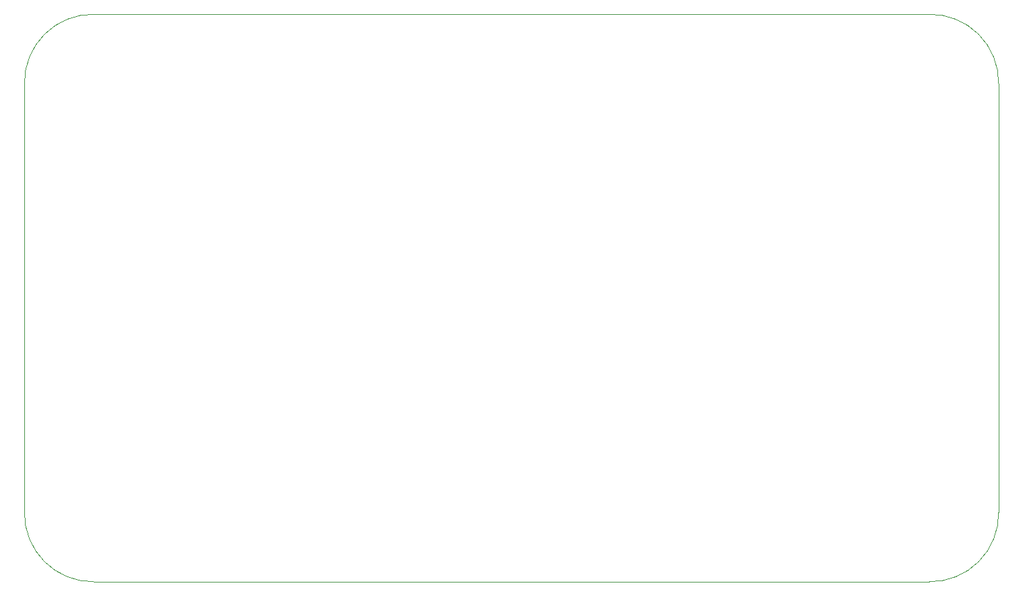
<source format=gbr>
%TF.GenerationSoftware,Altium Limited,Altium Designer,23.11.1 (41)*%
G04 Layer_Color=0*
%FSLAX45Y45*%
%MOMM*%
%TF.SameCoordinates,10814A46-352E-42BD-85D8-3789AA2A08E8*%
%TF.FilePolarity,Positive*%
%TF.FileFunction,Profile,NP*%
%TF.Part,Single*%
G01*
G75*
%TA.AperFunction,Profile*%
%ADD51C,0.02540*%
D51*
X2330273Y-13347791D02*
G03*
X3200309Y-14217827I857427J-12609D01*
G01*
X13690686D01*
Y-14218146D01*
D02*
G03*
X14561044Y-13347786I12614J857745D01*
G01*
X14561044Y-7962809D01*
X14560733D01*
D02*
G03*
X13690691Y-7092767I-857433J12609D01*
G01*
X13690379Y-7092455D01*
X3200314D01*
D02*
G03*
X2329955Y-7962814I-12614J-857745D01*
G01*
Y-13144501D01*
X2330273Y-13144818D01*
Y-13347791D01*
%TF.MD5,9f6a44d23bf986c6f3e395cd052d8f5e*%
M02*

</source>
